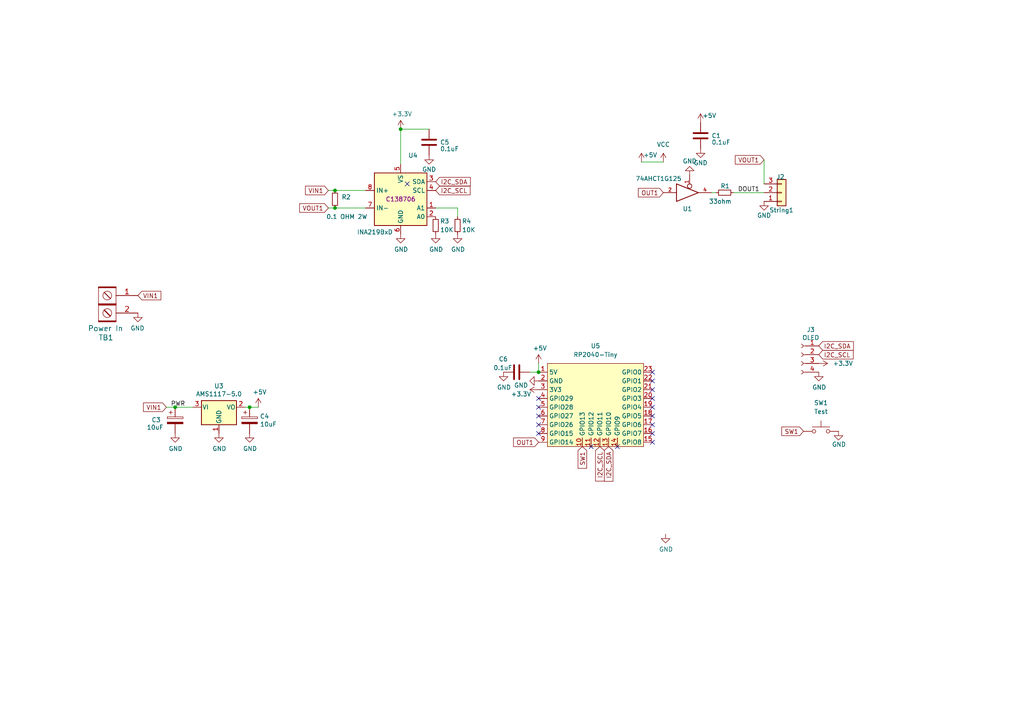
<source format=kicad_sch>
(kicad_sch (version 20231120) (generator "eeschema") (generator_version "8.0")
  (paper "A4")
  (title_block (title "RP2040 Count") (date "2024-02-11") (rev "v2"))
  (lib_symbols
    (symbol "74xGxx:74AHCT1G125" (pin_names (offset 1.016))
      (property "Reference" "U" (at -2.54 3.81 0))
      (property "Value" "74AHCT1G125" (at 0 -3.81 0))
      (symbol "74AHCT1G125_0_1"
        (polyline (pts (xy -3.81 2.54) (xy -3.81 -2.54) (xy 2.54 0) (xy -3.81 2.54)) (stroke (width 0.254)))
      )
      (symbol "74AHCT1G125_1_1"
        (pin input inverted (at 0 5.08 270) (length 3.81) (name "~") (number "1"))
        (pin input line (at -7.62 0 0) (length 3.81) (name "~") (number "2"))
        (pin power_in line (at 1.27 -1.27 270) (length 0) hide (name "GND") (number "3"))
        (pin tri_state line (at 6.35 0 180) (length 3.81) (name "~") (number "4"))
        (pin power_in line (at 1.27 1.27 90) (length 0) hide (name "VCC") (number "5"))
      )
    )
    (symbol "Barrier_Blocks:BARRIER_BLOCK_1ROW_2POS" (pin_names (offset 1.016) hide)
      (property "Reference" "TB" (at 0.127 -6.731 0))
      (property "Value" "Barrier_Blocks_BARRIER_BLOCK_1ROW_2POS" (at 0.254 6.35 0))
      (symbol "BARRIER_BLOCK_1ROW_2POS_0_1"
        (rectangle (start -2.54 5.08) (end 2.54 -5.08))
        (circle (center 0 -2.54) (radius 1.27))
        (polyline (pts (xy -2.54 -4.699) (xy -2.54 -5.08) (xy 2.54 -5.08) (xy 2.54 -4.699)) (fill (type outline)))
        (polyline (pts (xy -2.54 0.254) (xy -2.54 -0.254) (xy 2.54 -0.254) (xy 2.54 0.254)) (fill (type outline)))
        (polyline (pts (xy -2.54 4.699) (xy -2.54 5.08) (xy 2.54 5.08) (xy 2.54 4.699)) (fill (type outline)))
        (polyline (pts (xy -0.8382 -3.5052) (xy -0.9652 -3.3782) (xy 0.8128 -1.6002) (xy 0.9652 -1.7018) (xy -0.8382 -3.5052)) (fill (type outline)))
        (polyline (pts (xy -0.8382 1.5748) (xy -0.9652 1.6764) (xy -0.0508 2.5908) (xy 0.8382 3.4798) (xy 0.9652 3.3528) (xy 0.9652 3.3528)) (fill (type outline)))
        (circle (center 0 2.54) (radius 1.27))
      )
      (symbol "BARRIER_BLOCK_1ROW_2POS_1_1"
        (pin passive line (at -8.89 2.54 0) (length 6.35) (name "P1") (number "1"))
        (pin passive line (at -8.89 -2.54 0) (length 6.35) (name "P2") (number "2"))
      )
    )
    (symbol "Connector:Conn_01x04_Female" (pin_names (offset 1.016) hide)
      (property "Reference" "J" (at 0 5.08 0))
      (property "Value" "Conn_01x04_Female" (at 0 -7.62 0))
      (symbol "Conn_01x04_Female_1_1"
        (arc (start 0 -4.572) (mid -0.5058 -5.08) (end 0 -5.588) (stroke (width 0.1524)))
        (arc (start 0 -2.032) (mid -0.5058 -2.54) (end 0 -3.048) (stroke (width 0.1524)))
        (polyline (pts (xy -1.27 -5.08) (xy -0.508 -5.08)) (stroke (width 0.1524)))
        (polyline (pts (xy -1.27 -2.54) (xy -0.508 -2.54)) (stroke (width 0.1524)))
        (polyline (pts (xy -1.27 0) (xy -0.508 0)) (stroke (width 0.1524)))
        (polyline (pts (xy -1.27 2.54) (xy -0.508 2.54)) (stroke (width 0.1524)))
        (arc (start 0 0.508) (mid -0.5058 0) (end 0 -0.508) (stroke (width 0.1524)))
        (arc (start 0 3.048) (mid -0.5058 2.54) (end 0 2.032) (stroke (width 0.1524)))
        (pin passive line (at -5.08 2.54 0) (length 3.81) (name "Pin_1") (number "1"))
        (pin passive line (at -5.08 0 0) (length 3.81) (name "Pin_2") (number "2"))
        (pin passive line (at -5.08 -2.54 0) (length 3.81) (name "Pin_3") (number "3"))
        (pin passive line (at -5.08 -5.08 0) (length 3.81) (name "Pin_4") (number "4"))
      )
    )
    (symbol "Connector_Generic:Conn_01x03" (pin_names (offset 1.016) hide)
      (property "Reference" "J" (at 0 5.08 0))
      (property "Value" "Conn_01x03" (at 0 -5.08 0))
      (symbol "Conn_01x03_1_1"
        (rectangle (start -1.27 -2.413) (end 0 -2.667) (stroke (width 0.1524)))
        (rectangle (start -1.27 0.127) (end 0 -0.127) (stroke (width 0.1524)))
        (rectangle (start -1.27 2.667) (end 0 2.413) (stroke (width 0.1524)))
        (rectangle (start -1.27 3.81) (end 1.27 -3.81) (stroke (width 0.254)) (fill (type background)))
        (pin passive line (at -5.08 2.54 0) (length 3.81) (name "Pin_1") (number "1"))
        (pin passive line (at -5.08 0 0) (length 3.81) (name "Pin_2") (number "2"))
        (pin passive line (at -5.08 -2.54 0) (length 3.81) (name "Pin_3") (number "3"))
      )
    )
    (symbol "Device:C" (pin_numbers hide) (pin_names (offset 0.254))
      (property "Reference" "C" (at 0.635 2.54 0))
      (property "Value" "C" (at 0.635 -2.54 0))
      (symbol "C_0_1"
        (polyline (pts (xy -2.032 -0.762) (xy 2.032 -0.762)) (stroke (width 0.508)))
        (polyline (pts (xy -2.032 0.762) (xy 2.032 0.762)) (stroke (width 0.508)))
      )
      (symbol "C_1_1"
        (pin passive line (at 0 3.81 270) (length 2.794) (name "~") (number "1"))
        (pin passive line (at 0 -3.81 90) (length 2.794) (name "~") (number "2"))
      )
    )
    (symbol "Device:CP" (pin_numbers hide) (pin_names (offset 0.254))
      (property "Reference" "C" (at 0.635 2.54 0))
      (property "Value" "Device_CP" (at 0.635 -2.54 0))
      (symbol "CP_0_1"
        (rectangle (start -2.286 0.508) (end 2.286 1.016))
        (polyline (pts (xy -1.778 2.286) (xy -0.762 2.286)))
        (polyline (pts (xy -1.27 2.794) (xy -1.27 1.778)))
        (rectangle (start 2.286 -0.508) (end -2.286 -1.016) (fill (type outline)))
      )
      (symbol "CP_1_1"
        (pin passive line (at 0 3.81 270) (length 2.794) (name "~") (number "1"))
        (pin passive line (at 0 -3.81 90) (length 2.794) (name "~") (number "2"))
      )
    )
    (symbol "Device:R_Small" (pin_numbers hide) (pin_names (offset 0.254) hide)
      (property "Reference" "R" (at 0.762 0.508 0))
      (property "Value" "R_Small" (at 0.762 -1.016 0))
      (symbol "R_Small_0_1"
        (rectangle (start -0.762 1.778) (end 0.762 -1.778) (stroke (width 0.2032)))
      )
      (symbol "R_Small_1_1"
        (pin passive line (at 0 2.54 270) (length 0.762) (name "~") (number "1"))
        (pin passive line (at 0 -2.54 90) (length 0.762) (name "~") (number "2"))
      )
    )
    (symbol "RP2040-Tiny:RP2040-Tiny_Scott"
      (property "Reference" "U" (at 2.54 2.54 0))
      (property "Value" "RP2040-Tiny" (at 20.32 2.54 0))
      (symbol "RP2040-Tiny_Scott_1_1"
        (rectangle (start 0 0) (end 27.94 -24.13) (fill (type background)))
        (pin power_in line (at -2.54 -2.54 0) (length 2.54) (name "5V") (number "1"))
        (pin bidirectional line (at 10.16 -24.13 90) (length 2.54) (name "GPIO13") (number "10"))
        (pin bidirectional line (at 12.7 -24.13 90) (length 2.54) (name "GPIO12") (number "11"))
        (pin bidirectional line (at 15.24 -24.13 90) (length 2.54) (name "GPIO11") (number "12"))
        (pin bidirectional line (at 17.78 -24.13 90) (length 2.54) (name "GPIO10") (number "13"))
        (pin bidirectional line (at 20.32 -24.13 90) (length 2.54) (name "GPIO9") (number "14"))
        (pin bidirectional line (at 30.48 -22.86 180) (length 2.54) (name "GPIO8") (number "15"))
        (pin bidirectional line (at 30.48 -20.32 180) (length 2.54) (name "GPIO7") (number "16"))
        (pin bidirectional line (at 30.48 -17.78 180) (length 2.54) (name "GPIO6") (number "17"))
        (pin bidirectional line (at 30.48 -15.24 180) (length 2.54) (name "GPIO5") (number "18"))
        (pin bidirectional line (at 30.48 -12.7 180) (length 2.54) (name "GPIO4") (number "19"))
        (pin power_in line (at -2.54 -5.08 0) (length 2.54) (name "GND") (number "2"))
        (pin bidirectional line (at 30.48 -10.16 180) (length 2.54) (name "GPIO3") (number "20"))
        (pin bidirectional line (at 30.48 -7.62 180) (length 2.54) (name "GPIO2") (number "21"))
        (pin bidirectional line (at 30.48 -5.08 180) (length 2.54) (name "GPIO1") (number "22"))
        (pin bidirectional line (at 30.48 -2.54 180) (length 2.54) (name "GPIO0") (number "23"))
        (pin power_out line (at -2.54 -7.62 0) (length 2.54) (name "3V3") (number "3"))
        (pin bidirectional line (at -2.54 -10.16 0) (length 2.54) (name "GPIO29") (number "4"))
        (pin bidirectional line (at -2.54 -12.7 0) (length 2.54) (name "GPIO28") (number "5"))
        (pin bidirectional line (at -2.54 -15.24 0) (length 2.54) (name "GPIO27") (number "6"))
        (pin bidirectional line (at -2.54 -17.78 0) (length 2.54) (name "GPIO26") (number "7"))
        (pin bidirectional line (at -2.54 -20.32 0) (length 2.54) (name "GPIO15") (number "8"))
        (pin bidirectional line (at -2.54 -22.86 0) (length 2.54) (name "GPIO14") (number "9"))
      )
    )
    (symbol "Regulator_Linear:AMS1117-5.0" (pin_names (offset 0.254))
      (property "Reference" "U" (at -3.81 3.175 0))
      (property "Value" "AMS1117-5.0" (at 0 3.175 0))
      (symbol "AMS1117-5.0_0_1"
        (rectangle (start -5.08 -5.08) (end 5.08 1.905) (stroke (width 0.254)) (fill (type background)))
      )
      (symbol "AMS1117-5.0_1_1"
        (pin power_in line (at 0 -7.62 90) (length 2.54) (name "GND") (number "1"))
        (pin power_out line (at 7.62 0 180) (length 2.54) (name "VO") (number "2"))
        (pin power_in line (at -7.62 0 0) (length 2.54) (name "VI") (number "3"))
      )
    )
    (symbol "Sensor_Energy:INA219BxD"
      (property "Reference" "U" (at -6.35 8.89 0))
      (property "Value" "INA219BxD" (at 5.08 8.89 0))
      (symbol "INA219BxD_0_1"
        (rectangle (start -7.62 7.62) (end 7.62 -7.62) (stroke (width 0.254)) (fill (type background)))
      )
      (symbol "INA219BxD_1_1"
        (pin input line (at 10.16 -2.54 180) (length 2.54) (name "A1") (number "1"))
        (pin input line (at 10.16 -5.08 180) (length 2.54) (name "A0") (number "2"))
        (pin bidirectional line (at 10.16 5.08 180) (length 2.54) (name "SDA") (number "3"))
        (pin input line (at 10.16 2.54 180) (length 2.54) (name "SCL") (number "4"))
        (pin power_in line (at 0 10.16 270) (length 2.54) (name "VS") (number "5"))
        (pin power_in line (at 0 -10.16 90) (length 2.54) (name "GND") (number "6"))
        (pin input line (at -10.16 -2.54 0) (length 2.54) (name "IN-") (number "7"))
        (pin input line (at -10.16 2.54 0) (length 2.54) (name "IN+") (number "8"))
      )
    )
    (symbol "Switch:SW_Push" (pin_numbers hide) (pin_names (offset 1.016) hide)
      (property "Reference" "SW" (at 1.27 2.54 0))
      (property "Value" "SW_Push" (at 0 -1.524 0))
      (symbol "SW_Push_0_1"
        (circle (center -2.032 0) (radius 0.508))
        (polyline (pts (xy 0 1.27) (xy 0 3.048)))
        (polyline (pts (xy 2.54 1.27) (xy -2.54 1.27)))
        (circle (center 2.032 0) (radius 0.508))
        (pin passive line (at -5.08 0 0) (length 2.54) (name "1") (number "1"))
        (pin passive line (at 5.08 0 180) (length 2.54) (name "2") (number "2"))
      )
    )
    (symbol "power:+3.3V" (power) (pin_names (offset 0))
      (property "Value" "+3.3V" (at 0 3.556 0))
      (symbol "+3.3V_0_1"
        (polyline (pts (xy -0.762 1.27) (xy 0 2.54)))
        (polyline (pts (xy 0 0) (xy 0 2.54)))
        (polyline (pts (xy 0 2.54) (xy 0.762 1.27)))
      )
      (symbol "+3.3V_1_1"
        (pin power_in line (at 0 0 90) (length 0) hide (name "+3.3V") (number "1"))
      )
    )
    (symbol "power:+5V" (power) (pin_names (offset 0))
      (property "Value" "+5V" (at 0 3.556 0))
      (symbol "+5V_0_1"
        (polyline (pts (xy -0.762 1.27) (xy 0 2.54)))
        (polyline (pts (xy 0 0) (xy 0 2.54)))
        (polyline (pts (xy 0 2.54) (xy 0.762 1.27)))
      )
      (symbol "+5V_1_1"
        (pin power_in line (at 0 0 90) (length 0) hide (name "+5V") (number "1"))
      )
    )
    (symbol "power:GND" (power) (pin_names (offset 0))
      (property "Value" "GND" (at 0 -3.81 0))
      (symbol "GND_0_1"
        (polyline (pts (xy 0 0) (xy 0 -1.27) (xy 1.27 -1.27) (xy 0 -2.54) (xy -1.27 -1.27) (xy 0 -1.27)))
      )
      (symbol "GND_1_1"
        (pin power_in line (at 0 0 270) (length 0) hide (name "GND") (number "1"))
      )
    )
    (symbol "power:VCC" (power) (pin_names (offset 0))
      (property "Value" "VCC" (at 0 3.81 0))
      (symbol "VCC_0_1"
        (polyline (pts (xy -0.762 1.27) (xy 0 2.54)))
        (polyline (pts (xy 0 0) (xy 0 2.54)))
        (polyline (pts (xy 0 2.54) (xy 0.762 1.27)))
      )
      (symbol "VCC_1_1"
        (pin power_in line (at 0 0 90) (length 0) hide (name "VCC") (number "1"))
      )
    )
  )
  (junction (at 50.8 118.11))
  (junction (at 156.21 107.95))
  (junction (at 97.155 55.245))
  (junction (at 116.205 37.465))
  (junction (at 97.155 60.325))
  (junction (at 72.39 118.11))
  (no_connect (at 156.21 123.19))
  (no_connect (at 179.07 129.54))
  (no_connect (at 156.21 115.57))
  (no_connect (at 189.23 128.27))
  (no_connect (at 156.21 118.11))
  (no_connect (at 189.23 125.73))
  (no_connect (at 156.21 120.65))
  (no_connect (at 156.21 125.73))
  (no_connect (at 189.23 118.11))
  (no_connect (at 171.45 129.54))
  (no_connect (at 189.23 113.03))
  (no_connect (at 189.23 120.65))
  (no_connect (at 189.23 107.95))
  (no_connect (at 189.23 123.19))
  (no_connect (at 118.11 53.34))
  (no_connect (at 189.23 110.49))
  (no_connect (at 189.23 115.57))
  (wire (pts (xy 156.21 105.41) (xy 156.21 107.95)))
  (wire (pts (xy 153.67 107.95) (xy 156.21 107.95)))
  (wire (pts (xy 116.205 37.465) (xy 116.205 47.625)))
  (wire (pts (xy 206.375 55.88) (xy 207.645 55.88)))
  (wire (pts (xy 97.155 60.325) (xy 106.045 60.325)))
  (wire (pts (xy 116.205 37.465) (xy 124.46 37.465)))
  (wire (pts (xy 71.12 118.11) (xy 72.39 118.11)))
  (wire (pts (xy 126.365 60.325) (xy 132.715 60.325)))
  (wire (pts (xy 212.725 55.88) (xy 221.615 55.88)))
  (wire (pts (xy 97.155 55.245) (xy 106.045 55.245)))
  (wire (pts (xy 132.715 60.325) (xy 132.715 62.865)))
  (wire (pts (xy 186.055 46.99) (xy 192.405 46.99)))
  (wire (pts (xy 72.39 118.11) (xy 74.93 118.11)))
  (wire (pts (xy 95.25 55.245) (xy 97.155 55.245)))
  (wire (pts (xy 55.88 118.11) (xy 50.8 118.11)))
  (wire (pts (xy 95.25 60.325) (xy 97.155 60.325)))
  (wire (pts (xy 221.615 46.355) (xy 221.615 53.34)))
  (wire (pts (xy 50.8 118.11) (xy 48.26 118.11)))
  (label "DOUT1" (at 213.995 55.88 0))
  (label "PWR" (at 49.53 118.11 0))
  (global_label "VIN1" (shape input) (at 40.005 85.725 0) (property "Intersheetrefs" "${INTERSHEET_REFS}" (effects (hide yes))))
  (global_label "VIN1" (shape input) (at 95.25 55.245 180) (property "Intersheetrefs" "${INTERSHEET_REFS}" (effects (hide yes))))
  (global_label "VIN1" (shape input) (at 48.26 118.11 180) (property "Intersheetrefs" "${INTERSHEET_REFS}" (effects (hide yes))))
  (global_label "I2C_SCL" (shape input) (at 237.49 102.87 0) (property "Intersheetrefs" "${INTERSHEET_REFS}" (effects (hide yes))))
  (global_label "SW1" (shape input) (at 233.045 125.095 180) (property "Intersheetrefs" "${INTERSHEET_REFS}" (effects (hide yes))))
  (global_label "I2C_SCL" (shape input) (at 126.365 55.245 0) (property "Intersheetrefs" "${INTERSHEET_REFS}" (effects (hide yes))))
  (global_label "VOUT1" (shape input) (at 221.615 46.355 180) (property "Intersheetrefs" "${INTERSHEET_REFS}" (effects (hide yes))))
  (global_label "OUT1" (shape input) (at 156.21 128.27 180) (property "Intersheetrefs" "${INTERSHEET_REFS}" (effects (hide yes))))
  (global_label "I2C_SDA" (shape input) (at 126.365 52.705 0) (property "Intersheetrefs" "${INTERSHEET_REFS}" (effects (hide yes))))
  (global_label "OUT1" (shape input) (at 192.405 55.88 180) (property "Intersheetrefs" "${INTERSHEET_REFS}" (effects (hide yes))))
  (global_label "SW1" (shape input) (at 168.91 129.54 270) (property "Intersheetrefs" "${INTERSHEET_REFS}" (effects (hide yes))))
  (global_label "I2C_SDA" (shape input) (at 237.49 100.33 0) (property "Intersheetrefs" "${INTERSHEET_REFS}" (effects (hide yes))))
  (global_label "I2C_SDA" (shape input) (at 176.53 129.54 270) (property "Intersheetrefs" "${INTERSHEET_REFS}" (effects (hide yes))))
  (global_label "VOUT1" (shape input) (at 95.25 60.325 180) (property "Intersheetrefs" "${INTERSHEET_REFS}" (effects (hide yes))))
  (global_label "I2C_SCL" (shape input) (at 173.99 129.54 270) (property "Intersheetrefs" "${INTERSHEET_REFS}" (effects (hide yes))))
  (symbol (lib_id "power:GND") (at 221.615 58.42 0) (unit 1)
    (property "Reference" "#PWR08" (effects (hide yes)))
    (property "Value" "GND" (at 221.615 62.484 0))
  )
  (symbol (lib_id "Device:C") (at 124.46 41.275 0) (unit 1)
    (property "Reference" "C5" (at 127.635 41.275 0) (effects (justify left)))
    (property "Value" "0.1uF" (at 127.635 43.18 0) (effects (justify left)))
    (property "Footprint" "Capacitor_SMD:C_0603_1608Metric_Pad1.08x0.95mm_HandSolder" (effects (hide yes)))
    (property "LCSC" "C14663" (effects (hide yes)))
    (property "LCSC_PN" "C14663" (effects (hide yes)))
    (property "Digi-Key_PN" "1276-1005-1-ND" (effects (hide yes)))
    (property "MPN" "CL10B104KO8NNNC" (effects (hide yes)))
  )
  (symbol (lib_id "Device:R_Small") (at 126.365 65.405 0) (unit 1)
    (property "Reference" "R3" (at 127.635 64.135 0) (effects (justify left)))
    (property "Value" "10K" (at 127.635 66.675 0) (effects (justify left)))
    (property "Footprint" "Resistor_SMD:R_0603_1608Metric_Pad0.98x0.95mm_HandSolder" (effects (hide yes)))
    (property "Digi-Key_PN" "311-10.0KHRCT-ND" (effects (hide yes)))
    (property "LCSC" "C25804" (effects (hide yes)))
    (property "MPN" "RC0603FR-0710KL" (effects (hide yes)))
  )
  (symbol (lib_id "power:+5V") (at 156.21 105.41 0) (unit 1)
    (property "Reference" "#PWR024" (effects (hide yes)))
    (property "Value" "+5V" (at 156.591 101.0158 0))
  )
  (symbol (lib_id "RP2040-Tiny:RP2040-Tiny_Scott") (at 158.75 105.41 0) (unit 1)
    (property "Reference" "U5" (at 172.72 100.33 0))
    (property "Value" "RP2040-Tiny" (at 172.72 102.87 0))
    (property "Footprint" "Scotts:RP2040-Tiny_Scott" (effects (hide yes)))
    (property "Datasheet" "https://www.amazon.com/Waveshare-RP2040-Tiny-Development-Raspberry-Microcontroller/dp/B0C4FC84V9" (effects (hide yes)))
  )
  (symbol (lib_id "power:GND") (at 116.205 67.945 0) (unit 1)
    (property "Reference" "#PWR023" (effects (hide yes)))
    (property "Value" "GND" (at 116.332 72.3392 0))
  )
  (symbol (lib_id "Device:C") (at 149.86 107.95 90) (unit 1)
    (property "Reference" "C6" (at 147.32 104.14 90) (effects (justify left)))
    (property "Value" "0.1uF" (at 148.59 106.68 90) (effects (justify left)))
    (property "Footprint" "Capacitor_SMD:C_0603_1608Metric_Pad1.08x0.95mm_HandSolder" (effects (hide yes)))
    (property "Digi-Key_PN" "1276-1005-1-ND" (effects (hide yes)))
    (property "LCSC" "C14663" (effects (hide yes)))
    (property "LCSC_PN" "C14663" (effects (hide yes)))
    (property "MPN" "CL10B104KO8NNNC" (effects (hide yes)))
  )
  (symbol (lib_id "power:GND") (at 237.49 107.95 0) (unit 1)
    (property "Reference" "#PWR010" (effects (hide yes)))
    (property "Value" "GND" (at 237.617 112.3442 0))
  )
  (symbol (lib_id "power:GND") (at 156.21 110.49 270) (unit 1)
    (property "Reference" "#PWR013" (effects (hide yes)))
    (property "Value" "GND" (at 151.13 111.76 90))
  )
  (symbol (lib_id "power:GND") (at 124.46 45.085 0) (unit 1)
    (property "Reference" "#PWR026" (effects (hide yes)))
    (property "Value" "GND" (at 124.46 49.149 0))
  )
  (symbol (lib_id "power:VCC") (at 192.405 46.99 0) (unit 1)
    (property "Reference" "#PWR04" (effects (hide yes)))
    (property "Value" "VCC" (at 192.405 41.91 0))
  )
  (symbol (lib_id "74xGxx:74AHCT1G125") (at 200.025 55.88 0) (unit 1)
    (property "Reference" "U1" (at 199.39 60.5695 0))
    (property "Value" "74AHCT1G125" (at 191.008 51.816 0))
    (property "Footprint" "Package_SO:TSOP-5_1.65x3.05mm_P0.95mm" (effects (hide yes)))
    (property "Datasheet" "http://www.ti.com/lit/sg/scyt129e/scyt129e.pdf" (effects (hide yes)))
    (property "Digi-Key_PN" "74AHCT1G125W5-7DICT-ND" (effects (hide yes)))
    (property "LCSC_PN" "C7484" (effects (hide yes)))
    (property "MPN" "74AHCT1G125W5-7" (effects (hide yes)))
    (property "LCSC" "C7484" (effects (hide yes)))
  )
  (symbol (lib_id "Device:R_Small") (at 132.715 65.405 0) (unit 1)
    (property "Reference" "R4" (at 133.985 64.135 0) (effects (justify left)))
    (property "Value" "10K" (at 133.985 66.675 0) (effects (justify left)))
    (property "Footprint" "Resistor_SMD:R_0603_1608Metric_Pad0.98x0.95mm_HandSolder" (effects (hide yes)))
    (property "Digi-Key_PN" "311-10.0KHRCT-ND" (effects (hide yes)))
    (property "LCSC" "C25804" (effects (hide yes)))
    (property "MPN" "RC0603FR-0710KL" (effects (hide yes)))
  )
  (symbol (lib_id "power:+5V") (at 203.2 35.56 0) (unit 1)
    (property "Reference" "#PWR01" (effects (hide yes)))
    (property "Value" "+5V" (at 205.74 33.528 0))
  )
  (symbol (lib_id "power:GND") (at 72.39 125.73 0) (unit 1)
    (property "Reference" "#PWR017" (effects (hide yes)))
    (property "Value" "GND" (at 72.517 130.1242 0))
  )
  (symbol (lib_id "Connector:Conn_01x04_Female") (at 232.41 102.87 0) (mirror y) (unit 1)
    (property "Reference" "J3" (at 235.1532 95.631 0))
    (property "Value" "OLED" (at 235.1532 97.9424 0))
    (property "Footprint" "Scotts:OLED-SSD1306-128X64-I2C-THT_SCOTT2" (effects (hide yes)))
    (property "Datasheet" "https://www.amazon.com/dp/B06XRBTBTB/ref=sspa_dk_detail_0" (effects (hide yes)))
  )
  (symbol (lib_id "power:GND") (at 50.8 125.73 0) (unit 1)
    (property "Reference" "#PWR015" (effects (hide yes)))
    (property "Value" "GND" (at 50.927 130.1242 0))
  )
  (symbol (lib_id "power:GND") (at 243.205 125.095 0) (unit 1)
    (property "Reference" "#PWR011" (effects (hide yes)))
    (property "Value" "GND" (at 243.332 128.905 0))
  )
  (symbol (lib_id "Barrier_Blocks:BARRIER_BLOCK_1ROW_2POS") (at 31.115 88.265 0) (mirror y) (unit 1)
    (property "Reference" "TB1" (at 30.734 97.917 0) (effects (font (size 1.524 1.524))))
    (property "Value" "Power In" (at 30.607 95.25 0) (effects (font (size 1.524 1.524))))
    (property "Footprint" "Connector_Phoenix_MC:PhoenixContact_MCV_1,5_2-G-3.81_1x02_P3.81mm_Vertical" (effects (hide yes)))
    (property "Digi-Key_PN" "A98472-ND" (effects (hide yes)))
    (property "MPN" "4DB-P108-02" (effects (hide yes)))
  )
  (symbol (lib_id "power:GND") (at 193.04 154.94 0) (unit 1)
    (property "Reference" "#PWR027" (effects (hide yes)))
    (property "Value" "GND" (at 193.167 159.3342 0))
  )
  (symbol (lib_id "Switch:SW_Push") (at 238.125 125.095 0) (unit 1)
    (property "Reference" "SW1" (at 238.125 116.84 0))
    (property "Value" "Test" (at 238.125 119.38 0))
    (property "Footprint" "Button_Switch_SMD:SW_Push_1P1T_NO_6x6mm_H9.5mm" (effects (hide yes)))
    (property "LCSC" "C2834918" (effects (hide yes)))
    (property "Digi-Key_PN" "CKN10880CT-ND" (effects (hide yes)))
    (property "MPN" "PTS645SL43SMTR92 LFS" (effects (hide yes)))
  )
  (symbol (lib_id "power:GND") (at 200.025 50.8 180) (unit 1)
    (property "Reference" "#PWR06" (effects (hide yes)))
    (property "Value" "GND" (at 200.025 46.736 0))
  )
  (symbol (lib_id "power:GND") (at 40.005 90.805 0) (mirror y) (unit 1)
    (property "Reference" "#PWR012" (effects (hide yes)))
    (property "Value" "GND" (at 39.878 95.1992 0))
  )
  (symbol (lib_id "power:GND") (at 146.05 107.95 0) (unit 1)
    (property "Reference" "#PWR025" (effects (hide yes)))
    (property "Value" "GND" (at 146.177 112.3442 0))
  )
  (symbol (lib_id "power:+3.3V") (at 156.21 113.03 90) (unit 1)
    (property "Reference" "#PWR07" (effects (hide yes)))
    (property "Value" "+3.3V" (at 151.13 114.3 90))
  )
  (symbol (lib_id "power:GND") (at 63.5 125.73 0) (unit 1)
    (property "Reference" "#PWR016" (effects (hide yes)))
    (property "Value" "GND" (at 63.627 130.1242 0))
  )
  (symbol (lib_id "power:+3.3V") (at 237.49 105.41 270) (unit 1)
    (property "Reference" "#PWR09" (effects (hide yes)))
    (property "Value" "+3.3V" (at 244.475 105.41 90))
  )
  (symbol (lib_id "power:GND") (at 132.715 67.945 0) (unit 1)
    (property "Reference" "#PWR021" (effects (hide yes)))
    (property "Value" "GND" (at 132.842 72.3392 0))
  )
  (symbol (lib_id "Regulator_Linear:AMS1117-5.0") (at 63.5 118.11 0) (unit 1)
    (property "Reference" "U3" (at 63.5 111.9632 0))
    (property "Value" "AMS1117-5.0" (at 63.5 114.2746 0))
    (property "Footprint" "Package_TO_SOT_SMD:SOT-223-3_TabPin2" (effects (hide yes)))
    (property "Datasheet" "http://www.advanced-monolithic.com/pdf/ds1117.pdf" (effects (hide yes)))
    (property "LCSC_PN" "C6187" (effects (hide yes)))
    (property "Digi-Key_PN" "488-LM1117MPX-50NOPBCT-ND" (effects (hide yes)))
    (property "MPN" "LM1117MPX-50NOPB" (effects (hide yes)))
    (property "LCSC" "C6187" (effects (hide yes)))
  )
  (symbol (lib_id "Device:R_Small") (at 210.185 55.88 270) (unit 1)
    (property "Reference" "R1" (at 210.312 53.975 90))
    (property "Value" "33ohm" (at 208.915 58.42 90))
    (property "Footprint" "Resistor_SMD:R_0603_1608Metric_Pad0.98x0.95mm_HandSolder" (effects (hide yes)))
    (property "LCSC_PN" "C23140" (effects (hide yes)))
    (property "Digi-Key_PN" "311-33GRCT-ND" (effects (hide yes)))
    (property "MPN" "RC0603JR-0733RL" (effects (hide yes)))
    (property "LCSC" "C23140" (effects (hide yes)))
  )
  (symbol (lib_id "power:+5V") (at 186.055 46.99 0) (unit 1)
    (property "Reference" "#PWR03" (effects (hide yes)))
    (property "Value" "+5V" (at 188.595 44.958 0))
  )
  (symbol (lib_id "Device:C") (at 203.2 39.37 0) (unit 1)
    (property "Reference" "C1" (at 206.375 39.37 0) (effects (justify left)))
    (property "Value" "0.1uF" (at 206.375 41.275 0) (effects (justify left)))
    (property "Footprint" "Capacitor_SMD:C_0603_1608Metric_Pad1.08x0.95mm_HandSolder" (effects (hide yes)))
    (property "LCSC" "C14663" (effects (hide yes)))
    (property "LCSC_PN" "C14663" (effects (hide yes)))
    (property "Digi-Key_PN" "1276-1005-1-ND" (effects (hide yes)))
    (property "MPN" "CL10B104KO8NNNC" (effects (hide yes)))
  )
  (symbol (lib_id "Sensor_Energy:INA219BxD") (at 116.205 57.785 0) (unit 1)
    (property "Reference" "U4" (at 118.3991 45.085 0) (effects (justify left)))
    (property "Value" "INA219BxD" (at 103.505 67.31 0) (effects (justify left)))
    (property "Footprint" "Package_SO:SOIC-8_3.9x4.9mm_P1.27mm" (effects (hide yes)))
    (property "Datasheet" "http://www.ti.com/lit/ds/symlink/ina219.pdf" (effects (hide yes)))
    (property "LCSC" "C138706" (at 116.205 57.785 0))
    (property "Digi-Key_PN" "296-27899-1-ND" (effects (hide yes)))
    (property "LCSC_PN" "C138706" (effects (hide yes)))
    (property "MPN" "INA219BIDR" (effects (hide yes)))
  )
  (symbol (lib_id "Device:CP") (at 50.8 121.92 0) (unit 1)
    (property "Reference" "C3" (at 43.942 121.793 0) (effects (justify left)))
    (property "Value" "10uF" (at 42.545 123.952 0) (effects (justify left)))
    (property "Footprint" "Capacitor_SMD:C_0805_2012Metric_Pad1.18x1.45mm_HandSolder" (effects (hide yes)))
    (property "Digi-Key_PN" "490-5523-1-ND" (effects (hide yes)))
    (property "MPN" "GRM21BR61E106KA73L" (effects (hide yes)))
    (property "LCSC_PN" "C15850" (effects (hide yes)))
    (property "LCSC" "C15850" (effects (hide yes)))
  )
  (symbol (lib_id "Device:R_Small") (at 97.155 57.785 0) (unit 1)
    (property "Reference" "R2" (at 99.06 57.15 0) (effects (justify left)))
    (property "Value" "0.1 OHM 2W" (at 94.615 62.865 0) (effects (justify left)))
    (property "Footprint" "Resistor_SMD:R_2512_6332Metric_Pad1.40x3.35mm_HandSolder" (effects (hide yes)))
    (property "Digi-Key_PN" "CSRN2512FTR100CT-ND" (effects (hide yes)))
    (property "LCSC" "C2903476" (effects (hide yes)))
    (property "MPN" "CSRN2512FTR100" (effects (hide yes)))
  )
  (symbol (lib_id "power:+5V") (at 74.93 118.11 0) (unit 1)
    (property "Reference" "#PWR014" (effects (hide yes)))
    (property "Value" "+5V" (at 75.311 113.7158 0))
  )
  (symbol (lib_id "power:GND") (at 126.365 67.945 0) (unit 1)
    (property "Reference" "#PWR022" (effects (hide yes)))
    (property "Value" "GND" (at 126.492 72.3392 0))
  )
  (symbol (lib_id "power:GND") (at 203.2 43.18 0) (unit 1)
    (property "Reference" "#PWR02" (effects (hide yes)))
    (property "Value" "GND" (at 203.2 47.244 0))
  )
  (symbol (lib_id "power:+3.3V") (at 116.205 37.465 0) (unit 1)
    (property "Reference" "#PWR05" (effects (hide yes)))
    (property "Value" "+3.3V" (at 116.586 33.0708 0))
  )
  (symbol (lib_id "Connector_Generic:Conn_01x03") (at 226.695 55.88 0) (mirror x) (unit 1)
    (property "Reference" "J2" (at 225.171 51.308 0) (effects (justify left)))
    (property "Value" "String1" (at 223.139 60.96 0) (effects (justify left)))
    (property "Footprint" "Scotts:PhoenixContact_MCV_3.81mm_3.5mm_1x03_Vertical" (effects (hide yes)))
    (property "Digi-Key_PN" "277-5737-ND/ED10555-ND" (effects (hide yes)))
    (property "MPN" "1843619/OSTTJ0311530" (effects (hide yes)))
  )
  (symbol (lib_id "Device:CP") (at 72.39 121.92 0) (unit 1)
    (property "Reference" "C4" (at 75.3872 120.7516 0) (effects (justify left)))
    (property "Value" "10uF" (at 75.3872 123.063 0) (effects (justify left)))
    (property "Footprint" "Capacitor_SMD:C_0805_2012Metric_Pad1.18x1.45mm_HandSolder" (effects (hide yes)))
    (property "Digi-Key_PN" "490-5523-1-ND" (effects (hide yes)))
    (property "MPN" "GRM21BR61E106KA73L" (effects (hide yes)))
    (property "LCSC_PN" "C15850" (effects (hide yes)))
    (property "LCSC" "C15850" (effects (hide yes)))
  )
)
</source>
